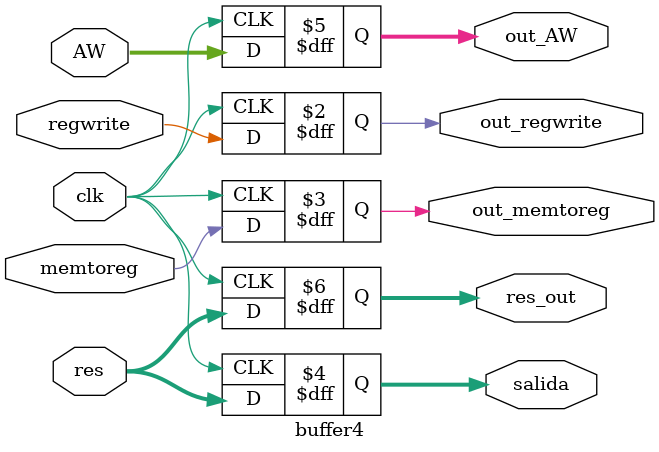
<source format=v>
module buffer4
(
	input clk, regwrite, memtoreg,
	input [31:0] res,
	input [4:0] AW,
	output reg out_regwrite, out_memtoreg,
	output reg [31:0] salida,
	output reg [4:0] out_AW,
	output reg [31:0] res_out
);

always @(posedge clk)
begin
	res_out <= res;
	salida <= res;
	out_AW <= AW;
	out_regwrite <= regwrite;
	out_memtoreg <= memtoreg;
end 

endmodule 
</source>
